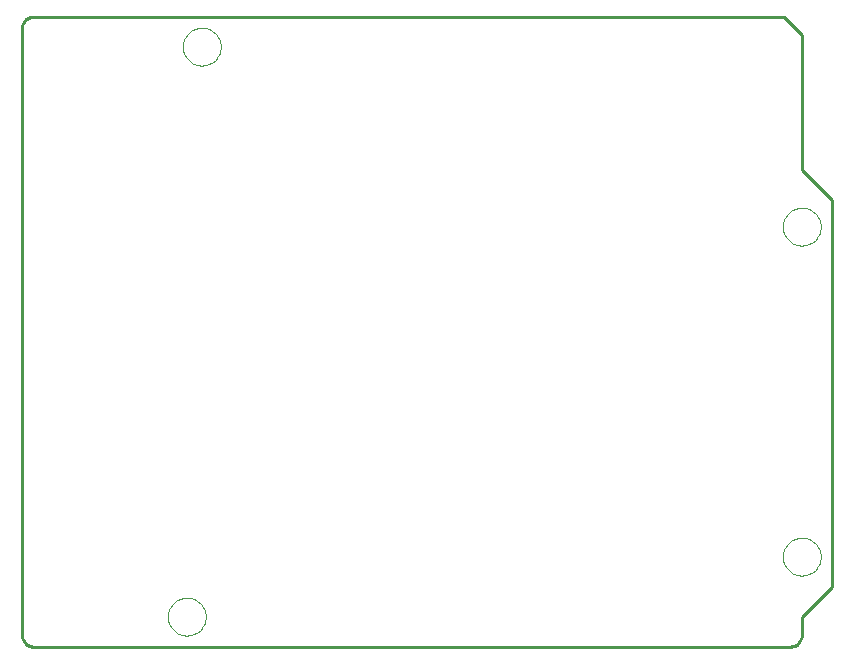
<source format=gko>
G75*
%MOIN*%
%OFA0B0*%
%FSLAX24Y24*%
%IPPOS*%
%LPD*%
%AMOC8*
5,1,8,0,0,1.08239X$1,22.5*
%
%ADD10C,0.0100*%
%ADD11C,0.0000*%
D10*
X008844Y009700D02*
X034056Y009700D01*
X034095Y009702D01*
X034133Y009708D01*
X034170Y009717D01*
X034207Y009730D01*
X034242Y009747D01*
X034275Y009766D01*
X034306Y009789D01*
X034335Y009815D01*
X034361Y009844D01*
X034384Y009875D01*
X034403Y009908D01*
X034420Y009943D01*
X034433Y009980D01*
X034442Y010017D01*
X034448Y010055D01*
X034450Y010094D01*
X034450Y010700D01*
X035450Y011700D01*
X035450Y024600D01*
X034450Y025600D01*
X034450Y030100D01*
X033850Y030700D01*
X008844Y030700D01*
X008805Y030698D01*
X008767Y030692D01*
X008730Y030683D01*
X008693Y030670D01*
X008658Y030653D01*
X008625Y030634D01*
X008594Y030611D01*
X008565Y030585D01*
X008539Y030556D01*
X008516Y030525D01*
X008497Y030492D01*
X008480Y030457D01*
X008467Y030420D01*
X008458Y030383D01*
X008452Y030345D01*
X008450Y030306D01*
X008450Y010094D01*
X008452Y010055D01*
X008458Y010017D01*
X008467Y009980D01*
X008480Y009943D01*
X008497Y009908D01*
X008516Y009875D01*
X008539Y009844D01*
X008565Y009815D01*
X008594Y009789D01*
X008625Y009766D01*
X008658Y009747D01*
X008693Y009730D01*
X008730Y009717D01*
X008767Y009708D01*
X008805Y009702D01*
X008844Y009700D01*
D11*
X013320Y010700D02*
X013322Y010750D01*
X013328Y010800D01*
X013338Y010849D01*
X013352Y010897D01*
X013369Y010944D01*
X013390Y010989D01*
X013415Y011033D01*
X013443Y011074D01*
X013475Y011113D01*
X013509Y011150D01*
X013546Y011184D01*
X013586Y011214D01*
X013628Y011241D01*
X013672Y011265D01*
X013718Y011286D01*
X013765Y011302D01*
X013813Y011315D01*
X013863Y011324D01*
X013912Y011329D01*
X013963Y011330D01*
X014013Y011327D01*
X014062Y011320D01*
X014111Y011309D01*
X014159Y011294D01*
X014205Y011276D01*
X014250Y011254D01*
X014293Y011228D01*
X014334Y011199D01*
X014373Y011167D01*
X014409Y011132D01*
X014441Y011094D01*
X014471Y011054D01*
X014498Y011011D01*
X014521Y010967D01*
X014540Y010921D01*
X014556Y010873D01*
X014568Y010824D01*
X014576Y010775D01*
X014580Y010725D01*
X014580Y010675D01*
X014576Y010625D01*
X014568Y010576D01*
X014556Y010527D01*
X014540Y010479D01*
X014521Y010433D01*
X014498Y010389D01*
X014471Y010346D01*
X014441Y010306D01*
X014409Y010268D01*
X014373Y010233D01*
X014334Y010201D01*
X014293Y010172D01*
X014250Y010146D01*
X014205Y010124D01*
X014159Y010106D01*
X014111Y010091D01*
X014062Y010080D01*
X014013Y010073D01*
X013963Y010070D01*
X013912Y010071D01*
X013863Y010076D01*
X013813Y010085D01*
X013765Y010098D01*
X013718Y010114D01*
X013672Y010135D01*
X013628Y010159D01*
X013586Y010186D01*
X013546Y010216D01*
X013509Y010250D01*
X013475Y010287D01*
X013443Y010326D01*
X013415Y010367D01*
X013390Y010411D01*
X013369Y010456D01*
X013352Y010503D01*
X013338Y010551D01*
X013328Y010600D01*
X013322Y010650D01*
X013320Y010700D01*
X033820Y012700D02*
X033822Y012750D01*
X033828Y012800D01*
X033838Y012849D01*
X033852Y012897D01*
X033869Y012944D01*
X033890Y012989D01*
X033915Y013033D01*
X033943Y013074D01*
X033975Y013113D01*
X034009Y013150D01*
X034046Y013184D01*
X034086Y013214D01*
X034128Y013241D01*
X034172Y013265D01*
X034218Y013286D01*
X034265Y013302D01*
X034313Y013315D01*
X034363Y013324D01*
X034412Y013329D01*
X034463Y013330D01*
X034513Y013327D01*
X034562Y013320D01*
X034611Y013309D01*
X034659Y013294D01*
X034705Y013276D01*
X034750Y013254D01*
X034793Y013228D01*
X034834Y013199D01*
X034873Y013167D01*
X034909Y013132D01*
X034941Y013094D01*
X034971Y013054D01*
X034998Y013011D01*
X035021Y012967D01*
X035040Y012921D01*
X035056Y012873D01*
X035068Y012824D01*
X035076Y012775D01*
X035080Y012725D01*
X035080Y012675D01*
X035076Y012625D01*
X035068Y012576D01*
X035056Y012527D01*
X035040Y012479D01*
X035021Y012433D01*
X034998Y012389D01*
X034971Y012346D01*
X034941Y012306D01*
X034909Y012268D01*
X034873Y012233D01*
X034834Y012201D01*
X034793Y012172D01*
X034750Y012146D01*
X034705Y012124D01*
X034659Y012106D01*
X034611Y012091D01*
X034562Y012080D01*
X034513Y012073D01*
X034463Y012070D01*
X034412Y012071D01*
X034363Y012076D01*
X034313Y012085D01*
X034265Y012098D01*
X034218Y012114D01*
X034172Y012135D01*
X034128Y012159D01*
X034086Y012186D01*
X034046Y012216D01*
X034009Y012250D01*
X033975Y012287D01*
X033943Y012326D01*
X033915Y012367D01*
X033890Y012411D01*
X033869Y012456D01*
X033852Y012503D01*
X033838Y012551D01*
X033828Y012600D01*
X033822Y012650D01*
X033820Y012700D01*
X033820Y023700D02*
X033822Y023750D01*
X033828Y023800D01*
X033838Y023849D01*
X033852Y023897D01*
X033869Y023944D01*
X033890Y023989D01*
X033915Y024033D01*
X033943Y024074D01*
X033975Y024113D01*
X034009Y024150D01*
X034046Y024184D01*
X034086Y024214D01*
X034128Y024241D01*
X034172Y024265D01*
X034218Y024286D01*
X034265Y024302D01*
X034313Y024315D01*
X034363Y024324D01*
X034412Y024329D01*
X034463Y024330D01*
X034513Y024327D01*
X034562Y024320D01*
X034611Y024309D01*
X034659Y024294D01*
X034705Y024276D01*
X034750Y024254D01*
X034793Y024228D01*
X034834Y024199D01*
X034873Y024167D01*
X034909Y024132D01*
X034941Y024094D01*
X034971Y024054D01*
X034998Y024011D01*
X035021Y023967D01*
X035040Y023921D01*
X035056Y023873D01*
X035068Y023824D01*
X035076Y023775D01*
X035080Y023725D01*
X035080Y023675D01*
X035076Y023625D01*
X035068Y023576D01*
X035056Y023527D01*
X035040Y023479D01*
X035021Y023433D01*
X034998Y023389D01*
X034971Y023346D01*
X034941Y023306D01*
X034909Y023268D01*
X034873Y023233D01*
X034834Y023201D01*
X034793Y023172D01*
X034750Y023146D01*
X034705Y023124D01*
X034659Y023106D01*
X034611Y023091D01*
X034562Y023080D01*
X034513Y023073D01*
X034463Y023070D01*
X034412Y023071D01*
X034363Y023076D01*
X034313Y023085D01*
X034265Y023098D01*
X034218Y023114D01*
X034172Y023135D01*
X034128Y023159D01*
X034086Y023186D01*
X034046Y023216D01*
X034009Y023250D01*
X033975Y023287D01*
X033943Y023326D01*
X033915Y023367D01*
X033890Y023411D01*
X033869Y023456D01*
X033852Y023503D01*
X033838Y023551D01*
X033828Y023600D01*
X033822Y023650D01*
X033820Y023700D01*
X013820Y029700D02*
X013822Y029750D01*
X013828Y029800D01*
X013838Y029849D01*
X013852Y029897D01*
X013869Y029944D01*
X013890Y029989D01*
X013915Y030033D01*
X013943Y030074D01*
X013975Y030113D01*
X014009Y030150D01*
X014046Y030184D01*
X014086Y030214D01*
X014128Y030241D01*
X014172Y030265D01*
X014218Y030286D01*
X014265Y030302D01*
X014313Y030315D01*
X014363Y030324D01*
X014412Y030329D01*
X014463Y030330D01*
X014513Y030327D01*
X014562Y030320D01*
X014611Y030309D01*
X014659Y030294D01*
X014705Y030276D01*
X014750Y030254D01*
X014793Y030228D01*
X014834Y030199D01*
X014873Y030167D01*
X014909Y030132D01*
X014941Y030094D01*
X014971Y030054D01*
X014998Y030011D01*
X015021Y029967D01*
X015040Y029921D01*
X015056Y029873D01*
X015068Y029824D01*
X015076Y029775D01*
X015080Y029725D01*
X015080Y029675D01*
X015076Y029625D01*
X015068Y029576D01*
X015056Y029527D01*
X015040Y029479D01*
X015021Y029433D01*
X014998Y029389D01*
X014971Y029346D01*
X014941Y029306D01*
X014909Y029268D01*
X014873Y029233D01*
X014834Y029201D01*
X014793Y029172D01*
X014750Y029146D01*
X014705Y029124D01*
X014659Y029106D01*
X014611Y029091D01*
X014562Y029080D01*
X014513Y029073D01*
X014463Y029070D01*
X014412Y029071D01*
X014363Y029076D01*
X014313Y029085D01*
X014265Y029098D01*
X014218Y029114D01*
X014172Y029135D01*
X014128Y029159D01*
X014086Y029186D01*
X014046Y029216D01*
X014009Y029250D01*
X013975Y029287D01*
X013943Y029326D01*
X013915Y029367D01*
X013890Y029411D01*
X013869Y029456D01*
X013852Y029503D01*
X013838Y029551D01*
X013828Y029600D01*
X013822Y029650D01*
X013820Y029700D01*
M02*

</source>
